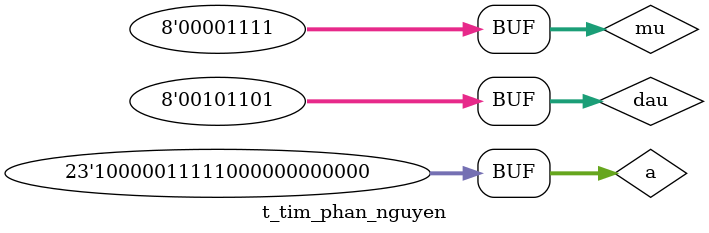
<source format=v>

module tim_phan_nguyen (
input wire[7:0]mu,
input wire[7:0]dau,
input [22:0]a,
output reg [23:0]b,
output reg [22:0]c
);  
always @(mu or a)    
if( dau <= 8'h2B)
case (mu)
7'd0: begin b[23:0]<={(22'b0),1'b1}; c[22:0]<=a[22:0]; end 
7'd1: begin b[23:0]<={(22'b0),1'b1,a[22]}; c[22:0]<={a[21:0],1'b0}; end 
7'd2: begin b[23:0]<={(21'b0),1'b1,a[22:21]}; c[22:0]<={a[20:0],2'b0}; end 
7'd3: begin b[23:0]<={(20'b0),1'b1,a[22:20]}; c[22:0]<={a[19:0],3'b0}; end 
7'd4: begin b[23:0]<={(19'b0),1'b1,a[22:19]}; c[22:0]<={a[18:0],4'b0}; end 
7'd5: begin b[23:0]<={(18'b0),1'b1,a[22:18]}; c[22:0]<={a[17:0],5'b0}; end 
7'd6: begin b[23:0]<={(17'b0),1'b1,a[22:17]}; c[22:0]<={a[16:0],6'b0}; end 
7'd7: begin b[23:0]<={(16'b0),1'b1,a[22:16]}; c[22:0]<={a[15:0],7'b0}; end 
7'd8: begin b[23:0]<={(15'b0),1'b1,a[22:15]}; c[22:0]<={a[14:0],8'b0}; end 
7'd9: begin b[23:0]<={(14'b0),1'b1,a[22:14]}; c[22:0]<={a[13:0],9'b0}; end 
7'd10: begin b[23:0]<={(13'b0),1'b1,a[22:13]}; c[22:0]<={a[12:0],10'b0}; end 
7'd11: begin b[23:0]<={(12'b0),1'b1,a[22:12]}; c[22:0]<={a[11:0],11'b0}; end 
7'd12: begin b[23:0]<={(11'b0),1'b1,a[22:11]}; c[22:0]<={a[10:0],12'b0}; end 
7'd13: begin b[23:0]<={(10'b0),1'b1,a[22:10]}; c[22:0]<={a[9:0],13'b0}; end 
7'd14: begin b[23:0]<={(9'b0),1'b1,a[22:9]}; c[22:0]<={a[8:0],14'b0}; end 
7'd15: begin b[23:0]<={(8'b0),1'b1,a[22:8]}; c[22:0]<={a[7:0],15'b0}; end 
7'd16: begin b[23:0]<={(7'b0),1'b1,a[22:7]}; c[22:0]<={a[6:0],16'b0}; end
7'd17: begin b[23:0]<={(6'b0),1'b1,a[22:6]}; c[22:0]<={a[5:0],17'b0}; end 
7'd18: begin b[23:0]<={(5'b0),1'b1,a[22:5]}; c[22:0]<={a[4:0],18'b0}; end 
7'd19: begin b[23:0]<={(4'b0),1'b1,a[22:4]}; c[22:0]<={a[3:0],19'b0}; end 
7'd20: begin b[23:0]<={(3'b0),1'b1,a[22:3]}; c[22:0]<={a[2:0],20'b0}; end 
7'd21: begin b[23:0]<={(2'b0),1'b1,a[22:2]}; c[22:0]<={a[1:0],21'b0}; end 
7'd22: begin b[23:0]<={(1'b0),1'b1,a[22:1]}; c[22:0]<={a[0],22'b0}; end
7'd23: begin b[23:0]<={1'b1,a[22:0]}; c[22:0]<={23'b0}; end 
default begin b[23:0]<={24'b1}; c[22:0]<={23'b0}; end 
endcase 
else  case (mu)
7'd1: begin b[23:0]<={(24'b0)}; c[22:0]<={1'b1,a[22:1]}; end 
7'd2: begin b[23:0]<={(24'b0)}; c[22:0]<={1'b0,1'b1,a[22:2]}; end 
7'd3: begin b[23:0]<={(24'b0)}; c[22:0]<={2'b0,1'b1,a[22:3]}; end 
7'd4: begin b[23:0]<={(24'b0)}; c[22:0]<={3'b0,1'b1,a[22:4]}; end 
7'd5: begin b[23:0]<={(24'b0)}; c[22:0]<={4'b0,1'b1,a[22:5]}; end 
7'd6: begin b[23:0]<={(24'b0)}; c[22:0]<={5'b0,1'b1,a[22:6]}; end 
7'd7: begin b[23:0]<={(24'b0)}; c[22:0]<={6'b0,1'b1,a[22:7]}; end 
7'd8: begin b[23:0]<={(24'b0)}; c[22:0]<={7'b0,1'b1,a[22:8]}; end 
7'd9: begin b[23:0]<={(24'b0)}; c[22:0]<={8'b0,1'b1,a[22:9]}; end 
7'd10: begin b[23:0]<={(24'b0)}; c[22:0]<={9'b0,1'b1,a[22:10]}; end 
7'd11: begin b[23:0]<={(24'b0)}; c[22:0]<={10'b0,1'b1,a[22:11]}; end 
7'd12: begin b[23:0]<={(24'b0)}; c[22:0]<={11'b0,1'b1,a[22:12]}; end 
7'd13: begin b[23:0]<={(24'b0)}; c[22:0]<={12'b0,1'b1,a[22:13]}; end 
7'd14: begin b[23:0]<={(24'b0)}; c[22:0]<={13'b0,1'b1,a[22:14]}; end 
7'd15: begin b[23:0]<={(24'b0)}; c[22:0]<={14'b0,1'b1,a[22:15]}; end 
7'd16: begin b[23:0]<={(24'b0)}; c[22:0]<={15'b0,1'b1,a[22:16]}; end
7'd17: begin b[23:0]<={(24'b0)}; c[22:0]<={16'b0,1'b1,a[22:17]}; end 
7'd18: begin b[23:0]<={(24'b0)}; c[22:0]<={17'b0,1'b1,a[22:18]}; end 
7'd19: begin b[23:0]<={(24'b0)}; c[22:0]<={18'b0,1'b1,a[22:19]}; end 
7'd20: begin b[23:0]<={(24'b0)}; c[22:0]<={19'b0,1'b1,a[22:20]}; end 
7'd21: begin b[23:0]<={(24'b0)}; c[22:0]<={20'b0,1'b1,a[22:21]}; end 
7'd22: begin b[23:0]<={(24'b0)}; c[22:0]<={21'b0,1'b1,a[22]}; end
7'd23: begin b[23:0]<={24'b0}; c[22:0]<={22'b0,1'b1}; end 
default begin b[23:0]<={24'b0}; c[22:0]<={23'b0}; end 


endcase 
endmodule
module t_tim_phan_nguyen;
	reg [7:0]mu;reg [7:0]dau;
	reg [22:0]a;
        wire [23:0]b;
         wire [22:0]c;
parameter time_out = 100;
	tim_phan_nguyen z(.mu(mu),.dau(dau),.a(a),.b(b),.c(c));
      
initial $monitor($time," so mu %d , %b  , %b ,  %b  ", mu,a,b,c );
	initial begin

	#0 dau=8'h2B; mu=8'b0000_0100; a=23'b100_0001_1111_0000_0000_0000;
        #10 dau=8'h2D;mu=8'b0000_0110;a=23'b100_0001_1111_0000_0000_0000;
        #10 dau=8'h2B;mu=8'b0000_0111;a=23'b100_0001_1111_0000_0000_0000;
        #10 dau=8'h2D;mu=8'b0000_1000;a=23'b100_0001_1111_0000_0000_0000;
        #10 dau=8'h2D;mu=8'b0000_1001;a=23'b100_0001_1111_0000_0000_0000;
        #10 dau=8'h2D;mu=8'b0000_1010;a=23'b100_0001_1111_0000_0000_0000;
        #10 dau=8'h2D;mu=8'b0000_1011;a=23'b100_0001_1111_0000_0000_0000;
        #10 dau=8'h2D;mu=8'b0000_1100;a=23'b100_0001_1111_0000_0000_0000;
        #10 dau=8'h2D;mu=8'b0000_1101;a=23'b100_0001_1111_0000_0000_0000;
        #10 dau=8'h2D;mu=8'b0000_1110;a=23'b100_0001_1111_0000_0000_0000;
	#10 dau=8'h2D;mu=8'b0000_1111;a=23'b100_0001_1111_0000_0000_0000;
end 
endmodule
</source>
